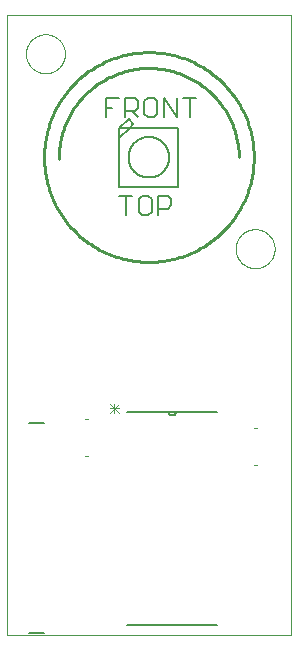
<source format=gto>
G75*
%MOIN*%
%OFA0B0*%
%FSLAX25Y25*%
%IPPOS*%
%LPD*%
%AMOC8*
5,1,8,0,0,1.08239X$1,22.5*
%
%ADD10C,0.00000*%
%ADD11C,0.00600*%
%ADD12C,0.01000*%
%ADD13C,0.00300*%
%ADD14C,0.00500*%
%ADD15C,0.00800*%
%ADD16C,0.00400*%
D10*
X0007524Y0024687D02*
X0007524Y0231380D01*
X0102012Y0231380D01*
X0102012Y0024687D01*
X0007524Y0024687D01*
X0083701Y0153624D02*
X0083703Y0153785D01*
X0083709Y0153945D01*
X0083719Y0154106D01*
X0083733Y0154266D01*
X0083751Y0154426D01*
X0083772Y0154585D01*
X0083798Y0154744D01*
X0083828Y0154902D01*
X0083861Y0155059D01*
X0083899Y0155216D01*
X0083940Y0155371D01*
X0083985Y0155525D01*
X0084034Y0155678D01*
X0084087Y0155830D01*
X0084143Y0155981D01*
X0084204Y0156130D01*
X0084267Y0156278D01*
X0084335Y0156424D01*
X0084406Y0156568D01*
X0084480Y0156710D01*
X0084558Y0156851D01*
X0084640Y0156989D01*
X0084725Y0157126D01*
X0084813Y0157260D01*
X0084905Y0157392D01*
X0085000Y0157522D01*
X0085098Y0157650D01*
X0085199Y0157775D01*
X0085303Y0157897D01*
X0085410Y0158017D01*
X0085520Y0158134D01*
X0085633Y0158249D01*
X0085749Y0158360D01*
X0085868Y0158469D01*
X0085989Y0158574D01*
X0086113Y0158677D01*
X0086239Y0158777D01*
X0086367Y0158873D01*
X0086498Y0158966D01*
X0086632Y0159056D01*
X0086767Y0159143D01*
X0086905Y0159226D01*
X0087044Y0159306D01*
X0087186Y0159382D01*
X0087329Y0159455D01*
X0087474Y0159524D01*
X0087621Y0159590D01*
X0087769Y0159652D01*
X0087919Y0159710D01*
X0088070Y0159765D01*
X0088223Y0159816D01*
X0088377Y0159863D01*
X0088532Y0159906D01*
X0088688Y0159945D01*
X0088844Y0159981D01*
X0089002Y0160012D01*
X0089160Y0160040D01*
X0089319Y0160064D01*
X0089479Y0160084D01*
X0089639Y0160100D01*
X0089799Y0160112D01*
X0089960Y0160120D01*
X0090121Y0160124D01*
X0090281Y0160124D01*
X0090442Y0160120D01*
X0090603Y0160112D01*
X0090763Y0160100D01*
X0090923Y0160084D01*
X0091083Y0160064D01*
X0091242Y0160040D01*
X0091400Y0160012D01*
X0091558Y0159981D01*
X0091714Y0159945D01*
X0091870Y0159906D01*
X0092025Y0159863D01*
X0092179Y0159816D01*
X0092332Y0159765D01*
X0092483Y0159710D01*
X0092633Y0159652D01*
X0092781Y0159590D01*
X0092928Y0159524D01*
X0093073Y0159455D01*
X0093216Y0159382D01*
X0093358Y0159306D01*
X0093497Y0159226D01*
X0093635Y0159143D01*
X0093770Y0159056D01*
X0093904Y0158966D01*
X0094035Y0158873D01*
X0094163Y0158777D01*
X0094289Y0158677D01*
X0094413Y0158574D01*
X0094534Y0158469D01*
X0094653Y0158360D01*
X0094769Y0158249D01*
X0094882Y0158134D01*
X0094992Y0158017D01*
X0095099Y0157897D01*
X0095203Y0157775D01*
X0095304Y0157650D01*
X0095402Y0157522D01*
X0095497Y0157392D01*
X0095589Y0157260D01*
X0095677Y0157126D01*
X0095762Y0156989D01*
X0095844Y0156851D01*
X0095922Y0156710D01*
X0095996Y0156568D01*
X0096067Y0156424D01*
X0096135Y0156278D01*
X0096198Y0156130D01*
X0096259Y0155981D01*
X0096315Y0155830D01*
X0096368Y0155678D01*
X0096417Y0155525D01*
X0096462Y0155371D01*
X0096503Y0155216D01*
X0096541Y0155059D01*
X0096574Y0154902D01*
X0096604Y0154744D01*
X0096630Y0154585D01*
X0096651Y0154426D01*
X0096669Y0154266D01*
X0096683Y0154106D01*
X0096693Y0153945D01*
X0096699Y0153785D01*
X0096701Y0153624D01*
X0096699Y0153463D01*
X0096693Y0153303D01*
X0096683Y0153142D01*
X0096669Y0152982D01*
X0096651Y0152822D01*
X0096630Y0152663D01*
X0096604Y0152504D01*
X0096574Y0152346D01*
X0096541Y0152189D01*
X0096503Y0152032D01*
X0096462Y0151877D01*
X0096417Y0151723D01*
X0096368Y0151570D01*
X0096315Y0151418D01*
X0096259Y0151267D01*
X0096198Y0151118D01*
X0096135Y0150970D01*
X0096067Y0150824D01*
X0095996Y0150680D01*
X0095922Y0150538D01*
X0095844Y0150397D01*
X0095762Y0150259D01*
X0095677Y0150122D01*
X0095589Y0149988D01*
X0095497Y0149856D01*
X0095402Y0149726D01*
X0095304Y0149598D01*
X0095203Y0149473D01*
X0095099Y0149351D01*
X0094992Y0149231D01*
X0094882Y0149114D01*
X0094769Y0148999D01*
X0094653Y0148888D01*
X0094534Y0148779D01*
X0094413Y0148674D01*
X0094289Y0148571D01*
X0094163Y0148471D01*
X0094035Y0148375D01*
X0093904Y0148282D01*
X0093770Y0148192D01*
X0093635Y0148105D01*
X0093497Y0148022D01*
X0093358Y0147942D01*
X0093216Y0147866D01*
X0093073Y0147793D01*
X0092928Y0147724D01*
X0092781Y0147658D01*
X0092633Y0147596D01*
X0092483Y0147538D01*
X0092332Y0147483D01*
X0092179Y0147432D01*
X0092025Y0147385D01*
X0091870Y0147342D01*
X0091714Y0147303D01*
X0091558Y0147267D01*
X0091400Y0147236D01*
X0091242Y0147208D01*
X0091083Y0147184D01*
X0090923Y0147164D01*
X0090763Y0147148D01*
X0090603Y0147136D01*
X0090442Y0147128D01*
X0090281Y0147124D01*
X0090121Y0147124D01*
X0089960Y0147128D01*
X0089799Y0147136D01*
X0089639Y0147148D01*
X0089479Y0147164D01*
X0089319Y0147184D01*
X0089160Y0147208D01*
X0089002Y0147236D01*
X0088844Y0147267D01*
X0088688Y0147303D01*
X0088532Y0147342D01*
X0088377Y0147385D01*
X0088223Y0147432D01*
X0088070Y0147483D01*
X0087919Y0147538D01*
X0087769Y0147596D01*
X0087621Y0147658D01*
X0087474Y0147724D01*
X0087329Y0147793D01*
X0087186Y0147866D01*
X0087044Y0147942D01*
X0086905Y0148022D01*
X0086767Y0148105D01*
X0086632Y0148192D01*
X0086498Y0148282D01*
X0086367Y0148375D01*
X0086239Y0148471D01*
X0086113Y0148571D01*
X0085989Y0148674D01*
X0085868Y0148779D01*
X0085749Y0148888D01*
X0085633Y0148999D01*
X0085520Y0149114D01*
X0085410Y0149231D01*
X0085303Y0149351D01*
X0085199Y0149473D01*
X0085098Y0149598D01*
X0085000Y0149726D01*
X0084905Y0149856D01*
X0084813Y0149988D01*
X0084725Y0150122D01*
X0084640Y0150259D01*
X0084558Y0150397D01*
X0084480Y0150538D01*
X0084406Y0150680D01*
X0084335Y0150824D01*
X0084267Y0150970D01*
X0084204Y0151118D01*
X0084143Y0151267D01*
X0084087Y0151418D01*
X0084034Y0151570D01*
X0083985Y0151723D01*
X0083940Y0151877D01*
X0083899Y0152032D01*
X0083861Y0152189D01*
X0083828Y0152346D01*
X0083798Y0152504D01*
X0083772Y0152663D01*
X0083751Y0152822D01*
X0083733Y0152982D01*
X0083719Y0153142D01*
X0083709Y0153303D01*
X0083703Y0153463D01*
X0083701Y0153624D01*
X0013819Y0218585D02*
X0013821Y0218746D01*
X0013827Y0218906D01*
X0013837Y0219067D01*
X0013851Y0219227D01*
X0013869Y0219387D01*
X0013890Y0219546D01*
X0013916Y0219705D01*
X0013946Y0219863D01*
X0013979Y0220020D01*
X0014017Y0220177D01*
X0014058Y0220332D01*
X0014103Y0220486D01*
X0014152Y0220639D01*
X0014205Y0220791D01*
X0014261Y0220942D01*
X0014322Y0221091D01*
X0014385Y0221239D01*
X0014453Y0221385D01*
X0014524Y0221529D01*
X0014598Y0221671D01*
X0014676Y0221812D01*
X0014758Y0221950D01*
X0014843Y0222087D01*
X0014931Y0222221D01*
X0015023Y0222353D01*
X0015118Y0222483D01*
X0015216Y0222611D01*
X0015317Y0222736D01*
X0015421Y0222858D01*
X0015528Y0222978D01*
X0015638Y0223095D01*
X0015751Y0223210D01*
X0015867Y0223321D01*
X0015986Y0223430D01*
X0016107Y0223535D01*
X0016231Y0223638D01*
X0016357Y0223738D01*
X0016485Y0223834D01*
X0016616Y0223927D01*
X0016750Y0224017D01*
X0016885Y0224104D01*
X0017023Y0224187D01*
X0017162Y0224267D01*
X0017304Y0224343D01*
X0017447Y0224416D01*
X0017592Y0224485D01*
X0017739Y0224551D01*
X0017887Y0224613D01*
X0018037Y0224671D01*
X0018188Y0224726D01*
X0018341Y0224777D01*
X0018495Y0224824D01*
X0018650Y0224867D01*
X0018806Y0224906D01*
X0018962Y0224942D01*
X0019120Y0224973D01*
X0019278Y0225001D01*
X0019437Y0225025D01*
X0019597Y0225045D01*
X0019757Y0225061D01*
X0019917Y0225073D01*
X0020078Y0225081D01*
X0020239Y0225085D01*
X0020399Y0225085D01*
X0020560Y0225081D01*
X0020721Y0225073D01*
X0020881Y0225061D01*
X0021041Y0225045D01*
X0021201Y0225025D01*
X0021360Y0225001D01*
X0021518Y0224973D01*
X0021676Y0224942D01*
X0021832Y0224906D01*
X0021988Y0224867D01*
X0022143Y0224824D01*
X0022297Y0224777D01*
X0022450Y0224726D01*
X0022601Y0224671D01*
X0022751Y0224613D01*
X0022899Y0224551D01*
X0023046Y0224485D01*
X0023191Y0224416D01*
X0023334Y0224343D01*
X0023476Y0224267D01*
X0023615Y0224187D01*
X0023753Y0224104D01*
X0023888Y0224017D01*
X0024022Y0223927D01*
X0024153Y0223834D01*
X0024281Y0223738D01*
X0024407Y0223638D01*
X0024531Y0223535D01*
X0024652Y0223430D01*
X0024771Y0223321D01*
X0024887Y0223210D01*
X0025000Y0223095D01*
X0025110Y0222978D01*
X0025217Y0222858D01*
X0025321Y0222736D01*
X0025422Y0222611D01*
X0025520Y0222483D01*
X0025615Y0222353D01*
X0025707Y0222221D01*
X0025795Y0222087D01*
X0025880Y0221950D01*
X0025962Y0221812D01*
X0026040Y0221671D01*
X0026114Y0221529D01*
X0026185Y0221385D01*
X0026253Y0221239D01*
X0026316Y0221091D01*
X0026377Y0220942D01*
X0026433Y0220791D01*
X0026486Y0220639D01*
X0026535Y0220486D01*
X0026580Y0220332D01*
X0026621Y0220177D01*
X0026659Y0220020D01*
X0026692Y0219863D01*
X0026722Y0219705D01*
X0026748Y0219546D01*
X0026769Y0219387D01*
X0026787Y0219227D01*
X0026801Y0219067D01*
X0026811Y0218906D01*
X0026817Y0218746D01*
X0026819Y0218585D01*
X0026817Y0218424D01*
X0026811Y0218264D01*
X0026801Y0218103D01*
X0026787Y0217943D01*
X0026769Y0217783D01*
X0026748Y0217624D01*
X0026722Y0217465D01*
X0026692Y0217307D01*
X0026659Y0217150D01*
X0026621Y0216993D01*
X0026580Y0216838D01*
X0026535Y0216684D01*
X0026486Y0216531D01*
X0026433Y0216379D01*
X0026377Y0216228D01*
X0026316Y0216079D01*
X0026253Y0215931D01*
X0026185Y0215785D01*
X0026114Y0215641D01*
X0026040Y0215499D01*
X0025962Y0215358D01*
X0025880Y0215220D01*
X0025795Y0215083D01*
X0025707Y0214949D01*
X0025615Y0214817D01*
X0025520Y0214687D01*
X0025422Y0214559D01*
X0025321Y0214434D01*
X0025217Y0214312D01*
X0025110Y0214192D01*
X0025000Y0214075D01*
X0024887Y0213960D01*
X0024771Y0213849D01*
X0024652Y0213740D01*
X0024531Y0213635D01*
X0024407Y0213532D01*
X0024281Y0213432D01*
X0024153Y0213336D01*
X0024022Y0213243D01*
X0023888Y0213153D01*
X0023753Y0213066D01*
X0023615Y0212983D01*
X0023476Y0212903D01*
X0023334Y0212827D01*
X0023191Y0212754D01*
X0023046Y0212685D01*
X0022899Y0212619D01*
X0022751Y0212557D01*
X0022601Y0212499D01*
X0022450Y0212444D01*
X0022297Y0212393D01*
X0022143Y0212346D01*
X0021988Y0212303D01*
X0021832Y0212264D01*
X0021676Y0212228D01*
X0021518Y0212197D01*
X0021360Y0212169D01*
X0021201Y0212145D01*
X0021041Y0212125D01*
X0020881Y0212109D01*
X0020721Y0212097D01*
X0020560Y0212089D01*
X0020399Y0212085D01*
X0020239Y0212085D01*
X0020078Y0212089D01*
X0019917Y0212097D01*
X0019757Y0212109D01*
X0019597Y0212125D01*
X0019437Y0212145D01*
X0019278Y0212169D01*
X0019120Y0212197D01*
X0018962Y0212228D01*
X0018806Y0212264D01*
X0018650Y0212303D01*
X0018495Y0212346D01*
X0018341Y0212393D01*
X0018188Y0212444D01*
X0018037Y0212499D01*
X0017887Y0212557D01*
X0017739Y0212619D01*
X0017592Y0212685D01*
X0017447Y0212754D01*
X0017304Y0212827D01*
X0017162Y0212903D01*
X0017023Y0212983D01*
X0016885Y0213066D01*
X0016750Y0213153D01*
X0016616Y0213243D01*
X0016485Y0213336D01*
X0016357Y0213432D01*
X0016231Y0213532D01*
X0016107Y0213635D01*
X0015986Y0213740D01*
X0015867Y0213849D01*
X0015751Y0213960D01*
X0015638Y0214075D01*
X0015528Y0214192D01*
X0015421Y0214312D01*
X0015317Y0214434D01*
X0015216Y0214559D01*
X0015118Y0214687D01*
X0015023Y0214817D01*
X0014931Y0214949D01*
X0014843Y0215083D01*
X0014758Y0215220D01*
X0014676Y0215358D01*
X0014598Y0215499D01*
X0014524Y0215641D01*
X0014453Y0215785D01*
X0014385Y0215931D01*
X0014322Y0216079D01*
X0014261Y0216228D01*
X0014205Y0216379D01*
X0014152Y0216531D01*
X0014103Y0216684D01*
X0014058Y0216838D01*
X0014017Y0216993D01*
X0013979Y0217150D01*
X0013946Y0217307D01*
X0013916Y0217465D01*
X0013890Y0217624D01*
X0013869Y0217783D01*
X0013851Y0217943D01*
X0013837Y0218103D01*
X0013827Y0218264D01*
X0013821Y0218424D01*
X0013819Y0218585D01*
D11*
X0040419Y0203810D02*
X0040419Y0197404D01*
X0040419Y0200607D02*
X0042554Y0200607D01*
X0040419Y0203810D02*
X0044689Y0203810D01*
X0046864Y0203810D02*
X0050067Y0203810D01*
X0051134Y0202742D01*
X0051134Y0200607D01*
X0050067Y0199540D01*
X0046864Y0199540D01*
X0048999Y0199540D02*
X0051134Y0197404D01*
X0053310Y0198472D02*
X0054377Y0197404D01*
X0056512Y0197404D01*
X0057580Y0198472D01*
X0057580Y0202742D01*
X0056512Y0203810D01*
X0054377Y0203810D01*
X0053310Y0202742D01*
X0053310Y0198472D01*
X0046864Y0197404D02*
X0046864Y0203810D01*
X0059755Y0203810D02*
X0059755Y0197404D01*
X0064025Y0197404D02*
X0059755Y0203810D01*
X0064025Y0203810D02*
X0064025Y0197404D01*
X0068336Y0197404D02*
X0068336Y0203810D01*
X0066201Y0203810D02*
X0070471Y0203810D01*
X0061052Y0171263D02*
X0057849Y0171263D01*
X0057849Y0164857D01*
X0057849Y0166992D02*
X0061052Y0166992D01*
X0062119Y0168060D01*
X0062119Y0170195D01*
X0061052Y0171263D01*
X0055674Y0170195D02*
X0055674Y0165925D01*
X0054606Y0164857D01*
X0052471Y0164857D01*
X0051403Y0165925D01*
X0051403Y0170195D01*
X0052471Y0171263D01*
X0054606Y0171263D01*
X0055674Y0170195D01*
X0049228Y0171263D02*
X0044958Y0171263D01*
X0047093Y0171263D02*
X0047093Y0164857D01*
X0047642Y0099283D02*
X0061442Y0099283D01*
X0063842Y0099283D01*
X0077642Y0099283D01*
X0063842Y0099283D02*
X0063840Y0099214D01*
X0063834Y0099146D01*
X0063824Y0099078D01*
X0063811Y0099011D01*
X0063793Y0098945D01*
X0063772Y0098880D01*
X0063747Y0098816D01*
X0063719Y0098754D01*
X0063687Y0098693D01*
X0063652Y0098634D01*
X0063613Y0098578D01*
X0063571Y0098523D01*
X0063526Y0098472D01*
X0063478Y0098422D01*
X0063428Y0098376D01*
X0063375Y0098333D01*
X0063319Y0098292D01*
X0063262Y0098255D01*
X0063202Y0098222D01*
X0063140Y0098191D01*
X0063077Y0098165D01*
X0063013Y0098142D01*
X0062947Y0098122D01*
X0062880Y0098107D01*
X0062813Y0098095D01*
X0062745Y0098087D01*
X0062676Y0098083D01*
X0062608Y0098083D01*
X0062539Y0098087D01*
X0062471Y0098095D01*
X0062404Y0098107D01*
X0062337Y0098122D01*
X0062271Y0098142D01*
X0062207Y0098165D01*
X0062144Y0098191D01*
X0062082Y0098222D01*
X0062022Y0098255D01*
X0061965Y0098292D01*
X0061909Y0098333D01*
X0061856Y0098376D01*
X0061806Y0098422D01*
X0061758Y0098472D01*
X0061713Y0098523D01*
X0061671Y0098578D01*
X0061632Y0098634D01*
X0061597Y0098693D01*
X0061565Y0098754D01*
X0061537Y0098816D01*
X0061512Y0098880D01*
X0061491Y0098945D01*
X0061473Y0099011D01*
X0061460Y0099078D01*
X0061450Y0099146D01*
X0061444Y0099214D01*
X0061442Y0099283D01*
X0047642Y0028083D02*
X0077642Y0028083D01*
D12*
X0084768Y0184136D02*
X0084752Y0184866D01*
X0084718Y0185596D01*
X0084666Y0186325D01*
X0084596Y0187052D01*
X0084508Y0187777D01*
X0084403Y0188500D01*
X0084280Y0189221D01*
X0084140Y0189938D01*
X0083983Y0190651D01*
X0083808Y0191360D01*
X0083616Y0192065D01*
X0083406Y0192765D01*
X0083180Y0193460D01*
X0082937Y0194149D01*
X0082677Y0194832D01*
X0082401Y0195508D01*
X0082108Y0196178D01*
X0081799Y0196840D01*
X0081474Y0197494D01*
X0081133Y0198141D01*
X0080777Y0198778D01*
X0080405Y0199407D01*
X0080018Y0200027D01*
X0079616Y0200637D01*
X0079199Y0201237D01*
X0078768Y0201827D01*
X0078322Y0202406D01*
X0077863Y0202974D01*
X0077389Y0203531D01*
X0076903Y0204076D01*
X0076403Y0204609D01*
X0075891Y0205129D01*
X0075365Y0205637D01*
X0074828Y0206132D01*
X0074279Y0206614D01*
X0073718Y0207083D01*
X0073146Y0207537D01*
X0072563Y0207978D01*
X0071970Y0208404D01*
X0071366Y0208815D01*
X0070753Y0209212D01*
X0070130Y0209594D01*
X0069497Y0209960D01*
X0068857Y0210311D01*
X0068207Y0210647D01*
X0067550Y0210966D01*
X0066886Y0211269D01*
X0066214Y0211556D01*
X0065535Y0211826D01*
X0064850Y0212080D01*
X0064159Y0212317D01*
X0063462Y0212538D01*
X0062760Y0212741D01*
X0062054Y0212927D01*
X0061343Y0213096D01*
X0060628Y0213247D01*
X0059910Y0213381D01*
X0059188Y0213498D01*
X0058465Y0213596D01*
X0057738Y0213678D01*
X0057011Y0213741D01*
X0056281Y0213787D01*
X0055551Y0213815D01*
X0054821Y0213825D01*
X0054090Y0213817D01*
X0053360Y0213792D01*
X0052631Y0213749D01*
X0051902Y0213688D01*
X0051176Y0213609D01*
X0050452Y0213513D01*
X0049730Y0213399D01*
X0049011Y0213268D01*
X0048296Y0213119D01*
X0047585Y0212952D01*
X0046877Y0212769D01*
X0046175Y0212568D01*
X0045478Y0212350D01*
X0044786Y0212116D01*
X0044100Y0211864D01*
X0043420Y0211596D01*
X0042747Y0211311D01*
X0042081Y0211011D01*
X0041423Y0210694D01*
X0040773Y0210361D01*
X0040130Y0210012D01*
X0039497Y0209648D01*
X0038873Y0209268D01*
X0038258Y0208874D01*
X0037653Y0208464D01*
X0037058Y0208040D01*
X0036473Y0207602D01*
X0035900Y0207149D01*
X0035337Y0206683D01*
X0034786Y0206203D01*
X0034247Y0205710D01*
X0033720Y0205203D01*
X0033206Y0204685D01*
X0032704Y0204153D01*
X0032216Y0203610D01*
X0031741Y0203055D01*
X0031279Y0202489D01*
X0030832Y0201911D01*
X0030398Y0201323D01*
X0029979Y0200724D01*
X0029575Y0200116D01*
X0029186Y0199497D01*
X0028812Y0198870D01*
X0028453Y0198233D01*
X0028110Y0197588D01*
X0027783Y0196935D01*
X0027472Y0196274D01*
X0027176Y0195605D01*
X0026898Y0194930D01*
X0026635Y0194248D01*
X0026390Y0193560D01*
X0026161Y0192866D01*
X0025950Y0192167D01*
X0025755Y0191463D01*
X0025578Y0190754D01*
X0025417Y0190041D01*
X0025275Y0189324D01*
X0025149Y0188604D01*
X0025042Y0187882D01*
X0024952Y0187157D01*
X0024879Y0186430D01*
X0024825Y0185701D01*
X0024788Y0184971D01*
X0024769Y0184241D01*
X0024768Y0183510D01*
X0019829Y0184136D02*
X0019840Y0184993D01*
X0019871Y0185850D01*
X0019924Y0186706D01*
X0019997Y0187561D01*
X0020092Y0188413D01*
X0020207Y0189263D01*
X0020343Y0190109D01*
X0020500Y0190952D01*
X0020678Y0191791D01*
X0020876Y0192625D01*
X0021095Y0193455D01*
X0021333Y0194278D01*
X0021592Y0195096D01*
X0021871Y0195907D01*
X0022170Y0196710D01*
X0022489Y0197507D01*
X0022826Y0198295D01*
X0023184Y0199074D01*
X0023560Y0199845D01*
X0023955Y0200606D01*
X0024368Y0201357D01*
X0024800Y0202098D01*
X0025250Y0202828D01*
X0025717Y0203547D01*
X0026202Y0204254D01*
X0026705Y0204949D01*
X0027224Y0205632D01*
X0027760Y0206301D01*
X0028312Y0206957D01*
X0028880Y0207600D01*
X0029464Y0208228D01*
X0030062Y0208842D01*
X0030676Y0209440D01*
X0031304Y0210024D01*
X0031947Y0210592D01*
X0032603Y0211144D01*
X0033272Y0211680D01*
X0033955Y0212199D01*
X0034650Y0212702D01*
X0035357Y0213187D01*
X0036076Y0213654D01*
X0036806Y0214104D01*
X0037547Y0214536D01*
X0038298Y0214949D01*
X0039059Y0215344D01*
X0039830Y0215720D01*
X0040609Y0216078D01*
X0041397Y0216415D01*
X0042194Y0216734D01*
X0042997Y0217033D01*
X0043808Y0217312D01*
X0044626Y0217571D01*
X0045449Y0217809D01*
X0046279Y0218028D01*
X0047113Y0218226D01*
X0047952Y0218404D01*
X0048795Y0218561D01*
X0049641Y0218697D01*
X0050491Y0218812D01*
X0051343Y0218907D01*
X0052198Y0218980D01*
X0053054Y0219033D01*
X0053911Y0219064D01*
X0054768Y0219075D01*
X0055625Y0219064D01*
X0056482Y0219033D01*
X0057338Y0218980D01*
X0058193Y0218907D01*
X0059045Y0218812D01*
X0059895Y0218697D01*
X0060741Y0218561D01*
X0061584Y0218404D01*
X0062423Y0218226D01*
X0063257Y0218028D01*
X0064087Y0217809D01*
X0064910Y0217571D01*
X0065728Y0217312D01*
X0066539Y0217033D01*
X0067342Y0216734D01*
X0068139Y0216415D01*
X0068927Y0216078D01*
X0069706Y0215720D01*
X0070477Y0215344D01*
X0071238Y0214949D01*
X0071989Y0214536D01*
X0072730Y0214104D01*
X0073460Y0213654D01*
X0074179Y0213187D01*
X0074886Y0212702D01*
X0075581Y0212199D01*
X0076264Y0211680D01*
X0076933Y0211144D01*
X0077589Y0210592D01*
X0078232Y0210024D01*
X0078860Y0209440D01*
X0079474Y0208842D01*
X0080072Y0208228D01*
X0080656Y0207600D01*
X0081224Y0206957D01*
X0081776Y0206301D01*
X0082312Y0205632D01*
X0082831Y0204949D01*
X0083334Y0204254D01*
X0083819Y0203547D01*
X0084286Y0202828D01*
X0084736Y0202098D01*
X0085168Y0201357D01*
X0085581Y0200606D01*
X0085976Y0199845D01*
X0086352Y0199074D01*
X0086710Y0198295D01*
X0087047Y0197507D01*
X0087366Y0196710D01*
X0087665Y0195907D01*
X0087944Y0195096D01*
X0088203Y0194278D01*
X0088441Y0193455D01*
X0088660Y0192625D01*
X0088858Y0191791D01*
X0089036Y0190952D01*
X0089193Y0190109D01*
X0089329Y0189263D01*
X0089444Y0188413D01*
X0089539Y0187561D01*
X0089612Y0186706D01*
X0089665Y0185850D01*
X0089696Y0184993D01*
X0089707Y0184136D01*
X0089696Y0183279D01*
X0089665Y0182422D01*
X0089612Y0181566D01*
X0089539Y0180711D01*
X0089444Y0179859D01*
X0089329Y0179009D01*
X0089193Y0178163D01*
X0089036Y0177320D01*
X0088858Y0176481D01*
X0088660Y0175647D01*
X0088441Y0174817D01*
X0088203Y0173994D01*
X0087944Y0173176D01*
X0087665Y0172365D01*
X0087366Y0171562D01*
X0087047Y0170765D01*
X0086710Y0169977D01*
X0086352Y0169198D01*
X0085976Y0168427D01*
X0085581Y0167666D01*
X0085168Y0166915D01*
X0084736Y0166174D01*
X0084286Y0165444D01*
X0083819Y0164725D01*
X0083334Y0164018D01*
X0082831Y0163323D01*
X0082312Y0162640D01*
X0081776Y0161971D01*
X0081224Y0161315D01*
X0080656Y0160672D01*
X0080072Y0160044D01*
X0079474Y0159430D01*
X0078860Y0158832D01*
X0078232Y0158248D01*
X0077589Y0157680D01*
X0076933Y0157128D01*
X0076264Y0156592D01*
X0075581Y0156073D01*
X0074886Y0155570D01*
X0074179Y0155085D01*
X0073460Y0154618D01*
X0072730Y0154168D01*
X0071989Y0153736D01*
X0071238Y0153323D01*
X0070477Y0152928D01*
X0069706Y0152552D01*
X0068927Y0152194D01*
X0068139Y0151857D01*
X0067342Y0151538D01*
X0066539Y0151239D01*
X0065728Y0150960D01*
X0064910Y0150701D01*
X0064087Y0150463D01*
X0063257Y0150244D01*
X0062423Y0150046D01*
X0061584Y0149868D01*
X0060741Y0149711D01*
X0059895Y0149575D01*
X0059045Y0149460D01*
X0058193Y0149365D01*
X0057338Y0149292D01*
X0056482Y0149239D01*
X0055625Y0149208D01*
X0054768Y0149197D01*
X0053911Y0149208D01*
X0053054Y0149239D01*
X0052198Y0149292D01*
X0051343Y0149365D01*
X0050491Y0149460D01*
X0049641Y0149575D01*
X0048795Y0149711D01*
X0047952Y0149868D01*
X0047113Y0150046D01*
X0046279Y0150244D01*
X0045449Y0150463D01*
X0044626Y0150701D01*
X0043808Y0150960D01*
X0042997Y0151239D01*
X0042194Y0151538D01*
X0041397Y0151857D01*
X0040609Y0152194D01*
X0039830Y0152552D01*
X0039059Y0152928D01*
X0038298Y0153323D01*
X0037547Y0153736D01*
X0036806Y0154168D01*
X0036076Y0154618D01*
X0035357Y0155085D01*
X0034650Y0155570D01*
X0033955Y0156073D01*
X0033272Y0156592D01*
X0032603Y0157128D01*
X0031947Y0157680D01*
X0031304Y0158248D01*
X0030676Y0158832D01*
X0030062Y0159430D01*
X0029464Y0160044D01*
X0028880Y0160672D01*
X0028312Y0161315D01*
X0027760Y0161971D01*
X0027224Y0162640D01*
X0026705Y0163323D01*
X0026202Y0164018D01*
X0025717Y0164725D01*
X0025250Y0165444D01*
X0024800Y0166174D01*
X0024368Y0166915D01*
X0023955Y0167666D01*
X0023560Y0168427D01*
X0023184Y0169198D01*
X0022826Y0169977D01*
X0022489Y0170765D01*
X0022170Y0171562D01*
X0021871Y0172365D01*
X0021592Y0173176D01*
X0021333Y0173994D01*
X0021095Y0174817D01*
X0020876Y0175647D01*
X0020678Y0176481D01*
X0020500Y0177320D01*
X0020343Y0178163D01*
X0020207Y0179009D01*
X0020092Y0179859D01*
X0019997Y0180711D01*
X0019924Y0181566D01*
X0019871Y0182422D01*
X0019840Y0183279D01*
X0019829Y0184136D01*
D13*
X0041692Y0101953D02*
X0044828Y0098817D01*
X0043260Y0098817D02*
X0043260Y0101953D01*
X0044828Y0101953D02*
X0041692Y0098817D01*
X0041692Y0100385D02*
X0044828Y0100385D01*
D14*
X0044926Y0174293D02*
X0044926Y0190435D01*
X0048469Y0193978D01*
X0049650Y0195160D01*
X0048075Y0196734D01*
X0044926Y0193978D01*
X0048469Y0193978D01*
X0064611Y0193978D01*
X0064611Y0174293D01*
X0044926Y0174293D01*
X0047995Y0184136D02*
X0047997Y0184302D01*
X0048003Y0184468D01*
X0048013Y0184634D01*
X0048028Y0184800D01*
X0048046Y0184965D01*
X0048068Y0185130D01*
X0048095Y0185294D01*
X0048125Y0185457D01*
X0048160Y0185620D01*
X0048198Y0185782D01*
X0048240Y0185942D01*
X0048287Y0186102D01*
X0048337Y0186261D01*
X0048391Y0186418D01*
X0048449Y0186574D01*
X0048511Y0186728D01*
X0048576Y0186881D01*
X0048645Y0187032D01*
X0048718Y0187181D01*
X0048795Y0187329D01*
X0048875Y0187474D01*
X0048959Y0187618D01*
X0049046Y0187760D01*
X0049136Y0187899D01*
X0049230Y0188036D01*
X0049328Y0188171D01*
X0049429Y0188303D01*
X0049532Y0188433D01*
X0049639Y0188560D01*
X0049750Y0188684D01*
X0049863Y0188806D01*
X0049979Y0188925D01*
X0050098Y0189041D01*
X0050220Y0189154D01*
X0050344Y0189265D01*
X0050471Y0189372D01*
X0050601Y0189475D01*
X0050733Y0189576D01*
X0050868Y0189674D01*
X0051005Y0189768D01*
X0051144Y0189858D01*
X0051286Y0189945D01*
X0051430Y0190029D01*
X0051575Y0190109D01*
X0051723Y0190186D01*
X0051872Y0190259D01*
X0052023Y0190328D01*
X0052176Y0190393D01*
X0052330Y0190455D01*
X0052486Y0190513D01*
X0052643Y0190567D01*
X0052802Y0190617D01*
X0052962Y0190664D01*
X0053122Y0190706D01*
X0053284Y0190744D01*
X0053447Y0190779D01*
X0053610Y0190809D01*
X0053774Y0190836D01*
X0053939Y0190858D01*
X0054104Y0190876D01*
X0054270Y0190891D01*
X0054436Y0190901D01*
X0054602Y0190907D01*
X0054768Y0190909D01*
X0054934Y0190907D01*
X0055100Y0190901D01*
X0055266Y0190891D01*
X0055432Y0190876D01*
X0055597Y0190858D01*
X0055762Y0190836D01*
X0055926Y0190809D01*
X0056089Y0190779D01*
X0056252Y0190744D01*
X0056414Y0190706D01*
X0056574Y0190664D01*
X0056734Y0190617D01*
X0056893Y0190567D01*
X0057050Y0190513D01*
X0057206Y0190455D01*
X0057360Y0190393D01*
X0057513Y0190328D01*
X0057664Y0190259D01*
X0057813Y0190186D01*
X0057961Y0190109D01*
X0058106Y0190029D01*
X0058250Y0189945D01*
X0058392Y0189858D01*
X0058531Y0189768D01*
X0058668Y0189674D01*
X0058803Y0189576D01*
X0058935Y0189475D01*
X0059065Y0189372D01*
X0059192Y0189265D01*
X0059316Y0189154D01*
X0059438Y0189041D01*
X0059557Y0188925D01*
X0059673Y0188806D01*
X0059786Y0188684D01*
X0059897Y0188560D01*
X0060004Y0188433D01*
X0060107Y0188303D01*
X0060208Y0188171D01*
X0060306Y0188036D01*
X0060400Y0187899D01*
X0060490Y0187760D01*
X0060577Y0187618D01*
X0060661Y0187474D01*
X0060741Y0187329D01*
X0060818Y0187181D01*
X0060891Y0187032D01*
X0060960Y0186881D01*
X0061025Y0186728D01*
X0061087Y0186574D01*
X0061145Y0186418D01*
X0061199Y0186261D01*
X0061249Y0186102D01*
X0061296Y0185942D01*
X0061338Y0185782D01*
X0061376Y0185620D01*
X0061411Y0185457D01*
X0061441Y0185294D01*
X0061468Y0185130D01*
X0061490Y0184965D01*
X0061508Y0184800D01*
X0061523Y0184634D01*
X0061533Y0184468D01*
X0061539Y0184302D01*
X0061541Y0184136D01*
X0061539Y0183970D01*
X0061533Y0183804D01*
X0061523Y0183638D01*
X0061508Y0183472D01*
X0061490Y0183307D01*
X0061468Y0183142D01*
X0061441Y0182978D01*
X0061411Y0182815D01*
X0061376Y0182652D01*
X0061338Y0182490D01*
X0061296Y0182330D01*
X0061249Y0182170D01*
X0061199Y0182011D01*
X0061145Y0181854D01*
X0061087Y0181698D01*
X0061025Y0181544D01*
X0060960Y0181391D01*
X0060891Y0181240D01*
X0060818Y0181091D01*
X0060741Y0180943D01*
X0060661Y0180798D01*
X0060577Y0180654D01*
X0060490Y0180512D01*
X0060400Y0180373D01*
X0060306Y0180236D01*
X0060208Y0180101D01*
X0060107Y0179969D01*
X0060004Y0179839D01*
X0059897Y0179712D01*
X0059786Y0179588D01*
X0059673Y0179466D01*
X0059557Y0179347D01*
X0059438Y0179231D01*
X0059316Y0179118D01*
X0059192Y0179007D01*
X0059065Y0178900D01*
X0058935Y0178797D01*
X0058803Y0178696D01*
X0058668Y0178598D01*
X0058531Y0178504D01*
X0058392Y0178414D01*
X0058250Y0178327D01*
X0058106Y0178243D01*
X0057961Y0178163D01*
X0057813Y0178086D01*
X0057664Y0178013D01*
X0057513Y0177944D01*
X0057360Y0177879D01*
X0057206Y0177817D01*
X0057050Y0177759D01*
X0056893Y0177705D01*
X0056734Y0177655D01*
X0056574Y0177608D01*
X0056414Y0177566D01*
X0056252Y0177528D01*
X0056089Y0177493D01*
X0055926Y0177463D01*
X0055762Y0177436D01*
X0055597Y0177414D01*
X0055432Y0177396D01*
X0055266Y0177381D01*
X0055100Y0177371D01*
X0054934Y0177365D01*
X0054768Y0177363D01*
X0054602Y0177365D01*
X0054436Y0177371D01*
X0054270Y0177381D01*
X0054104Y0177396D01*
X0053939Y0177414D01*
X0053774Y0177436D01*
X0053610Y0177463D01*
X0053447Y0177493D01*
X0053284Y0177528D01*
X0053122Y0177566D01*
X0052962Y0177608D01*
X0052802Y0177655D01*
X0052643Y0177705D01*
X0052486Y0177759D01*
X0052330Y0177817D01*
X0052176Y0177879D01*
X0052023Y0177944D01*
X0051872Y0178013D01*
X0051723Y0178086D01*
X0051575Y0178163D01*
X0051430Y0178243D01*
X0051286Y0178327D01*
X0051144Y0178414D01*
X0051005Y0178504D01*
X0050868Y0178598D01*
X0050733Y0178696D01*
X0050601Y0178797D01*
X0050471Y0178900D01*
X0050344Y0179007D01*
X0050220Y0179118D01*
X0050098Y0179231D01*
X0049979Y0179347D01*
X0049863Y0179466D01*
X0049750Y0179588D01*
X0049639Y0179712D01*
X0049532Y0179839D01*
X0049429Y0179969D01*
X0049328Y0180101D01*
X0049230Y0180236D01*
X0049136Y0180373D01*
X0049046Y0180512D01*
X0048959Y0180654D01*
X0048875Y0180798D01*
X0048795Y0180943D01*
X0048718Y0181091D01*
X0048645Y0181240D01*
X0048576Y0181391D01*
X0048511Y0181544D01*
X0048449Y0181698D01*
X0048391Y0181854D01*
X0048337Y0182011D01*
X0048287Y0182170D01*
X0048240Y0182330D01*
X0048198Y0182490D01*
X0048160Y0182652D01*
X0048125Y0182815D01*
X0048095Y0182978D01*
X0048068Y0183142D01*
X0048046Y0183307D01*
X0048028Y0183472D01*
X0048013Y0183638D01*
X0048003Y0183804D01*
X0047997Y0183970D01*
X0047995Y0184136D01*
X0044926Y0190435D02*
X0044926Y0193978D01*
D15*
X0019867Y0095593D02*
X0014867Y0095593D01*
X0014867Y0025593D02*
X0019867Y0025593D01*
D16*
X0033390Y0084648D02*
X0034571Y0084648D01*
X0034571Y0096852D02*
X0033390Y0096852D01*
X0089689Y0093860D02*
X0090871Y0093860D01*
X0090871Y0081656D02*
X0089689Y0081656D01*
M02*

</source>
